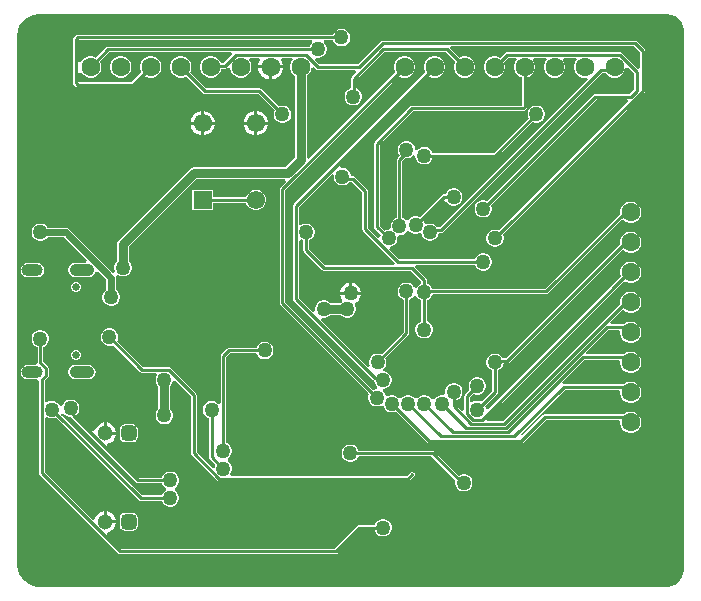
<source format=gbl>
G04*
G04 #@! TF.GenerationSoftware,Altium Limited,Altium Designer Develop,26.2.0 (10)*
G04*
G04 Layer_Physical_Order=2*
G04 Layer_Color=16711680*
%FSLAX44Y44*%
%MOMM*%
G71*
G04*
G04 #@! TF.SameCoordinates,717AC42B-03D0-4F6F-A9B9-6B288F40F31D*
G04*
G04*
G04 #@! TF.FilePolarity,Positive*
G04*
G01*
G75*
%ADD10C,0.6000*%
%ADD38C,1.5500*%
%ADD40R,1.5500X1.5500*%
%ADD41C,0.6500*%
G04:AMPARAMS|DCode=42|XSize=1mm|YSize=2.1mm|CornerRadius=0.5mm|HoleSize=0mm|Usage=FLASHONLY|Rotation=270.000|XOffset=0mm|YOffset=0mm|HoleType=Round|Shape=RoundedRectangle|*
%AMROUNDEDRECTD42*
21,1,1.0000,1.1000,0,0,270.0*
21,1,0.0000,2.1000,0,0,270.0*
1,1,1.0000,-0.5500,0.0000*
1,1,1.0000,-0.5500,0.0000*
1,1,1.0000,0.5500,0.0000*
1,1,1.0000,0.5500,0.0000*
%
%ADD42ROUNDEDRECTD42*%
G04:AMPARAMS|DCode=43|XSize=1mm|YSize=1.8mm|CornerRadius=0.5mm|HoleSize=0mm|Usage=FLASHONLY|Rotation=270.000|XOffset=0mm|YOffset=0mm|HoleType=Round|Shape=RoundedRectangle|*
%AMROUNDEDRECTD43*
21,1,1.0000,0.8000,0,0,270.0*
21,1,0.0000,1.8000,0,0,270.0*
1,1,1.0000,-0.4000,0.0000*
1,1,1.0000,-0.4000,0.0000*
1,1,1.0000,0.4000,0.0000*
1,1,1.0000,0.4000,0.0000*
%
%ADD43ROUNDEDRECTD43*%
%ADD45C,0.2540*%
%ADD46C,0.8000*%
%ADD47C,1.6000*%
G04:AMPARAMS|DCode=48|XSize=1.3mm|YSize=1.3mm|CornerRadius=0.325mm|HoleSize=0mm|Usage=FLASHONLY|Rotation=0.000|XOffset=0mm|YOffset=0mm|HoleType=Round|Shape=RoundedRectangle|*
%AMROUNDEDRECTD48*
21,1,1.3000,0.6500,0,0,0.0*
21,1,0.6500,1.3000,0,0,0.0*
1,1,0.6500,0.3250,-0.3250*
1,1,0.6500,-0.3250,-0.3250*
1,1,0.6500,-0.3250,0.3250*
1,1,0.6500,0.3250,0.3250*
%
%ADD48ROUNDEDRECTD48*%
%ADD49C,1.3000*%
%ADD50C,1.2700*%
G36*
X1225000Y1010000D02*
X1226477Y1010000D01*
X1229375Y1009424D01*
X1232105Y1008293D01*
X1234562Y1006651D01*
X1236651Y1004562D01*
X1238293Y1002105D01*
X1239424Y999375D01*
X1239924Y996857D01*
X1240000Y995002D01*
Y995000D01*
X1240000Y995000D01*
X1240000Y995000D01*
X1240000Y540000D01*
X1240000Y538523D01*
X1239424Y535625D01*
X1238293Y532895D01*
X1236651Y530438D01*
X1234562Y528349D01*
X1232105Y526707D01*
X1229375Y525576D01*
X1226960Y525096D01*
X1225000Y525000D01*
X1225000Y525000D01*
X1225000Y525000D01*
X695000D01*
X693030Y525000D01*
X689166Y525769D01*
X685526Y527276D01*
X682251Y529465D01*
X679465Y532251D01*
X677276Y535526D01*
X675769Y539166D01*
X675000Y543030D01*
X675000Y545000D01*
X675000Y545000D01*
Y989945D01*
Y991921D01*
X675771Y995795D01*
X677282Y999445D01*
X679477Y1002729D01*
X682271Y1005523D01*
X685555Y1007718D01*
X689205Y1009229D01*
X693079Y1010000D01*
X695054D01*
Y1010000D01*
X1225000Y1010000D01*
D02*
G37*
%LPC*%
G36*
X950968Y997350D02*
X949032D01*
X947163Y996849D01*
X945487Y995882D01*
X944118Y994513D01*
X943151Y992837D01*
X943011Y992315D01*
X726488D01*
X725602Y992138D01*
X724851Y991637D01*
X723363Y990149D01*
X722862Y989398D01*
X722685Y988512D01*
Y951488D01*
X722862Y950602D01*
X723363Y949851D01*
X724851Y948363D01*
X725602Y947862D01*
X726488Y947685D01*
X773400D01*
X774286Y947862D01*
X775037Y948363D01*
X783887Y957214D01*
X784926Y956613D01*
X787215Y956000D01*
X789585D01*
X791874Y956613D01*
X793926Y957798D01*
X795602Y959474D01*
X796787Y961526D01*
X797400Y963815D01*
Y966185D01*
X796787Y968474D01*
X795602Y970526D01*
X793926Y972202D01*
X791874Y973387D01*
X789585Y974000D01*
X787215D01*
X784926Y973387D01*
X782874Y972202D01*
X781198Y970526D01*
X780013Y968474D01*
X779400Y966185D01*
Y963815D01*
X780013Y961526D01*
X780613Y960487D01*
X772441Y952315D01*
X727447D01*
X727315Y952447D01*
Y960305D01*
X727569Y960456D01*
X730231Y959764D01*
X730398Y959474D01*
X732074Y957798D01*
X734126Y956613D01*
X736415Y956000D01*
X738785D01*
X741074Y956613D01*
X743126Y957798D01*
X744802Y959474D01*
X745987Y961526D01*
X746600Y963815D01*
Y966185D01*
X745987Y968474D01*
X745387Y969513D01*
X753559Y977685D01*
X856660D01*
X857488Y975686D01*
X850051Y968249D01*
X847647D01*
X847587Y968474D01*
X846402Y970526D01*
X844726Y972202D01*
X842674Y973387D01*
X840385Y974000D01*
X838015D01*
X835726Y973387D01*
X833674Y972202D01*
X831998Y970526D01*
X830813Y968474D01*
X830200Y966185D01*
Y963815D01*
X830813Y961526D01*
X831998Y959474D01*
X833674Y957798D01*
X835726Y956613D01*
X838015Y956000D01*
X840385D01*
X842674Y956613D01*
X844726Y957798D01*
X846402Y959474D01*
X847587Y961526D01*
X848148Y963620D01*
X851010D01*
X851896Y963796D01*
X852647Y964297D01*
X853600Y965251D01*
X855600Y964422D01*
Y963815D01*
X856213Y961526D01*
X857398Y959474D01*
X859074Y957798D01*
X861126Y956613D01*
X863415Y956000D01*
X865785D01*
X868074Y956613D01*
X870126Y957798D01*
X871802Y959474D01*
X872987Y961526D01*
X873600Y963815D01*
Y966185D01*
X872987Y968474D01*
X871802Y970526D01*
X871372Y970956D01*
X872201Y972955D01*
X880464D01*
X881268Y970956D01*
X880178Y969068D01*
X879460Y966388D01*
Y966270D01*
X890000D01*
X900540D01*
Y966388D01*
X899822Y969068D01*
X898732Y970956D01*
X899536Y972955D01*
X907799D01*
X908628Y970956D01*
X908198Y970526D01*
X907013Y968474D01*
X906400Y966185D01*
Y963815D01*
X907013Y961526D01*
X908198Y959474D01*
X909874Y957798D01*
X910302Y957551D01*
Y887979D01*
X902421Y880098D01*
X825000D01*
X823049Y879710D01*
X821395Y878605D01*
X761395Y818605D01*
X760290Y816951D01*
X759902Y815000D01*
Y800296D01*
X759118Y799513D01*
X758151Y797837D01*
X757650Y795968D01*
Y794032D01*
X758151Y792163D01*
X758342Y791832D01*
X756742Y790604D01*
X719462Y827884D01*
X718139Y828768D01*
X716578Y829078D01*
X716578Y829078D01*
X701132D01*
X700882Y829513D01*
X699513Y830882D01*
X697837Y831849D01*
X695968Y832350D01*
X694032D01*
X692163Y831849D01*
X690487Y830882D01*
X689118Y829513D01*
X688151Y827837D01*
X687650Y825968D01*
Y824032D01*
X688151Y822163D01*
X689118Y820487D01*
X690487Y819118D01*
X692163Y818151D01*
X694032Y817650D01*
X695968D01*
X697837Y818151D01*
X699513Y819118D01*
X700882Y820487D01*
X701132Y820922D01*
X714889D01*
X734493Y801318D01*
X733664Y799317D01*
X724650D01*
X722309Y798852D01*
X720324Y797526D01*
X718998Y795541D01*
X718532Y793200D01*
X718998Y790859D01*
X720324Y788874D01*
X722309Y787548D01*
X724650Y787082D01*
X735650D01*
X737991Y787548D01*
X739976Y788874D01*
X741302Y790859D01*
X741438Y791544D01*
X743608Y792202D01*
X750922Y784889D01*
Y776132D01*
X750487Y775882D01*
X749118Y774513D01*
X748151Y772837D01*
X747650Y770968D01*
Y769032D01*
X748151Y767163D01*
X749118Y765487D01*
X750487Y764118D01*
X752163Y763151D01*
X754032Y762650D01*
X755968D01*
X757837Y763151D01*
X759513Y764118D01*
X760882Y765487D01*
X761849Y767163D01*
X762350Y769032D01*
Y770968D01*
X761849Y772837D01*
X760882Y774513D01*
X759513Y775882D01*
X759078Y776132D01*
Y786578D01*
X759078Y786578D01*
X758800Y787977D01*
X758890Y788093D01*
X760487Y789118D01*
X762163Y788151D01*
X764032Y787650D01*
X765968D01*
X767837Y788151D01*
X769513Y789118D01*
X770882Y790487D01*
X771849Y792163D01*
X772350Y794032D01*
Y795968D01*
X771849Y797837D01*
X770882Y799513D01*
X770098Y800296D01*
Y812888D01*
X827112Y869902D01*
X902200D01*
X903029Y867902D01*
X898363Y863237D01*
X897862Y862486D01*
X897685Y861600D01*
Y764919D01*
X897862Y764033D01*
X898363Y763282D01*
X973287Y688359D01*
X973017Y687890D01*
X972516Y686021D01*
Y684085D01*
X973017Y682216D01*
X973985Y680540D01*
X975353Y679172D01*
X977029Y678204D01*
X978898Y677703D01*
X980834D01*
X982703Y678204D01*
X983325Y678563D01*
X985564Y677741D01*
X985612Y677682D01*
X985751Y677163D01*
X986719Y675487D01*
X988087Y674118D01*
X989763Y673151D01*
X991632Y672650D01*
X993568D01*
X995437Y673151D01*
X995906Y673421D01*
X1022283Y647043D01*
X1023034Y646542D01*
X1023920Y646366D01*
X1101926D01*
X1102811Y646542D01*
X1103562Y647043D01*
X1123004Y666486D01*
X1185155D01*
X1186000Y665385D01*
Y663015D01*
X1186613Y660726D01*
X1187798Y658674D01*
X1189474Y656998D01*
X1191526Y655813D01*
X1193815Y655200D01*
X1196185D01*
X1198474Y655813D01*
X1200526Y656998D01*
X1202202Y658674D01*
X1203387Y660726D01*
X1204000Y663015D01*
Y665385D01*
X1203387Y667674D01*
X1202202Y669726D01*
X1200526Y671402D01*
X1198474Y672587D01*
X1196185Y673200D01*
X1193815D01*
X1191526Y672587D01*
X1189474Y671402D01*
X1189187Y671115D01*
X1122046D01*
X1121160Y670938D01*
X1120409Y670437D01*
X1102335Y652362D01*
X1102322Y652365D01*
X1101664Y654535D01*
X1139014Y691886D01*
X1185155D01*
X1186000Y690785D01*
Y688415D01*
X1186613Y686126D01*
X1187798Y684074D01*
X1189474Y682398D01*
X1191526Y681213D01*
X1193815Y680600D01*
X1196185D01*
X1198474Y681213D01*
X1200526Y682398D01*
X1202202Y684074D01*
X1203387Y686126D01*
X1204000Y688415D01*
Y690785D01*
X1203387Y693074D01*
X1202202Y695126D01*
X1200526Y696802D01*
X1198474Y697987D01*
X1196185Y698600D01*
X1193815D01*
X1191526Y697987D01*
X1189474Y696802D01*
X1189187Y696515D01*
X1138056D01*
X1137651Y696434D01*
X1136505Y698117D01*
X1155674Y717286D01*
X1185155D01*
X1186000Y716185D01*
Y713815D01*
X1186613Y711526D01*
X1187798Y709474D01*
X1189474Y707798D01*
X1191526Y706613D01*
X1193815Y706000D01*
X1196185D01*
X1198474Y706613D01*
X1200526Y707798D01*
X1202202Y709474D01*
X1203387Y711526D01*
X1204000Y713815D01*
Y716185D01*
X1203387Y718474D01*
X1202202Y720526D01*
X1200526Y722202D01*
X1198474Y723387D01*
X1196185Y724000D01*
X1193815D01*
X1191526Y723387D01*
X1189474Y722202D01*
X1189187Y721915D01*
X1157407D01*
X1156642Y723762D01*
X1175565Y742685D01*
X1185155D01*
X1186000Y741585D01*
Y739215D01*
X1186613Y736926D01*
X1187798Y734874D01*
X1189474Y733198D01*
X1191526Y732013D01*
X1193815Y731400D01*
X1196185D01*
X1198474Y732013D01*
X1200526Y733198D01*
X1202202Y734874D01*
X1203387Y736926D01*
X1204000Y739215D01*
Y741585D01*
X1203387Y743874D01*
X1202202Y745926D01*
X1200526Y747602D01*
X1198474Y748787D01*
X1196185Y749400D01*
X1193815D01*
X1191526Y748787D01*
X1189474Y747602D01*
X1189187Y747315D01*
X1177801D01*
X1177035Y749162D01*
X1187973Y760099D01*
X1189474Y758598D01*
X1191526Y757413D01*
X1193815Y756800D01*
X1196185D01*
X1198474Y757413D01*
X1200526Y758598D01*
X1202202Y760274D01*
X1203387Y762326D01*
X1204000Y764615D01*
Y766985D01*
X1203387Y769274D01*
X1202202Y771326D01*
X1200526Y773002D01*
X1198474Y774187D01*
X1196185Y774800D01*
X1193815D01*
X1191526Y774187D01*
X1189474Y773002D01*
X1187798Y771326D01*
X1186613Y769274D01*
X1186000Y766985D01*
Y764673D01*
X1086481Y665154D01*
X1073231D01*
X1072466Y667002D01*
X1189468Y784004D01*
X1189474Y783998D01*
X1191526Y782813D01*
X1193815Y782200D01*
X1196185D01*
X1198474Y782813D01*
X1200526Y783998D01*
X1202202Y785674D01*
X1203387Y787726D01*
X1204000Y790015D01*
Y792385D01*
X1203387Y794674D01*
X1202202Y796726D01*
X1200526Y798402D01*
X1198474Y799587D01*
X1196185Y800200D01*
X1193815D01*
X1191526Y799587D01*
X1189474Y798402D01*
X1187798Y796726D01*
X1186613Y794674D01*
X1186000Y792385D01*
Y790015D01*
X1186613Y787726D01*
X1186624Y787707D01*
X1074350Y675433D01*
X1073046Y675781D01*
X1072288Y676199D01*
X1071849Y677837D01*
X1071579Y678306D01*
X1081637Y688363D01*
X1082138Y689114D01*
X1082315Y690000D01*
Y708011D01*
X1082837Y708151D01*
X1084513Y709118D01*
X1085882Y710487D01*
X1086849Y712163D01*
X1087350Y714032D01*
Y714045D01*
X1090160D01*
X1091046Y714222D01*
X1091797Y714723D01*
X1187973Y810900D01*
X1189474Y809398D01*
X1191526Y808213D01*
X1193815Y807600D01*
X1196185D01*
X1198474Y808213D01*
X1200526Y809398D01*
X1202202Y811074D01*
X1203387Y813126D01*
X1204000Y815415D01*
Y817785D01*
X1203387Y820074D01*
X1202202Y822126D01*
X1200526Y823802D01*
X1198474Y824987D01*
X1196185Y825600D01*
X1193815D01*
X1191526Y824987D01*
X1189474Y823802D01*
X1187798Y822126D01*
X1186613Y820074D01*
X1186000Y817785D01*
Y815473D01*
X1089201Y718674D01*
X1086366D01*
X1085882Y719513D01*
X1084513Y720882D01*
X1082837Y721849D01*
X1080968Y722350D01*
X1079032D01*
X1077163Y721849D01*
X1075487Y720882D01*
X1074118Y719513D01*
X1073151Y717837D01*
X1072650Y715968D01*
Y714032D01*
X1073151Y712163D01*
X1074118Y710487D01*
X1075487Y709118D01*
X1077163Y708151D01*
X1077685Y708011D01*
Y690959D01*
X1068306Y681579D01*
X1067837Y681849D01*
X1065968Y682350D01*
X1064032D01*
X1062163Y681849D01*
X1060695Y681001D01*
X1059863Y681242D01*
X1058695Y681917D01*
Y685421D01*
X1061694Y688421D01*
X1062163Y688151D01*
X1064032Y687650D01*
X1065968D01*
X1067837Y688151D01*
X1069513Y689118D01*
X1070882Y690487D01*
X1071849Y692163D01*
X1072350Y694032D01*
Y695968D01*
X1071849Y697837D01*
X1070882Y699513D01*
X1069513Y700882D01*
X1067837Y701849D01*
X1065968Y702350D01*
X1064032D01*
X1062163Y701849D01*
X1060487Y700882D01*
X1059118Y699513D01*
X1058151Y697837D01*
X1057650Y695968D01*
Y694032D01*
X1058151Y692163D01*
X1058421Y691694D01*
X1054743Y688017D01*
X1054242Y687266D01*
X1054065Y686380D01*
Y674624D01*
X1052218Y673859D01*
X1047315Y678762D01*
Y683011D01*
X1047837Y683151D01*
X1049513Y684118D01*
X1050882Y685487D01*
X1051849Y687163D01*
X1052350Y689032D01*
Y690968D01*
X1051849Y692837D01*
X1050882Y694513D01*
X1049513Y695882D01*
X1047837Y696849D01*
X1045968Y697350D01*
X1044032D01*
X1042163Y696849D01*
X1040487Y695882D01*
X1039118Y694513D01*
X1038151Y692837D01*
X1037650Y690968D01*
Y689032D01*
X1037668Y688965D01*
X1036035Y687332D01*
X1035968Y687350D01*
X1034032D01*
X1032163Y686849D01*
X1030487Y685882D01*
X1029118Y684513D01*
X1028608Y683630D01*
X1026392D01*
X1025882Y684513D01*
X1024513Y685882D01*
X1022837Y686849D01*
X1020968Y687350D01*
X1019032D01*
X1017163Y686849D01*
X1015487Y685882D01*
X1014355Y684749D01*
X1013150Y684618D01*
X1011945Y684749D01*
X1010813Y685882D01*
X1009137Y686849D01*
X1007268Y687350D01*
X1005332D01*
X1003463Y686849D01*
X1001787Y685882D01*
X1000655Y684749D01*
X999450Y684618D01*
X998245Y684749D01*
X997113Y685882D01*
X995437Y686849D01*
X993568Y687350D01*
X991632D01*
X989763Y686849D01*
X989141Y686490D01*
X986902Y687313D01*
X986854Y687371D01*
X986715Y687890D01*
X985747Y689566D01*
X984664Y690650D01*
X984898Y691813D01*
X985392Y692650D01*
X985968D01*
X987837Y693151D01*
X989513Y694118D01*
X990882Y695487D01*
X991849Y697163D01*
X992350Y699032D01*
Y700968D01*
X991849Y702837D01*
X990882Y704513D01*
X989513Y705882D01*
X987837Y706849D01*
X985995Y707343D01*
X985892Y707528D01*
X985441Y708588D01*
X985351Y709350D01*
X986555Y710553D01*
X987523Y712229D01*
X988023Y714099D01*
Y716034D01*
X987523Y717903D01*
X987252Y718372D01*
X1006637Y737756D01*
X1007138Y738507D01*
X1007315Y739393D01*
Y768011D01*
X1007837Y768151D01*
X1009513Y769118D01*
X1010882Y770487D01*
X1011211Y771057D01*
X1011774Y771198D01*
X1013476Y770980D01*
X1014118Y769867D01*
X1015487Y768499D01*
X1017163Y767531D01*
X1017685Y767391D01*
Y749664D01*
X1017163Y749524D01*
X1015487Y748556D01*
X1014118Y747188D01*
X1013151Y745511D01*
X1012650Y743642D01*
Y741707D01*
X1013151Y739837D01*
X1014118Y738161D01*
X1015487Y736793D01*
X1017163Y735825D01*
X1019032Y735324D01*
X1020968D01*
X1022837Y735825D01*
X1024513Y736793D01*
X1025882Y738161D01*
X1026849Y739837D01*
X1027350Y741707D01*
Y743642D01*
X1026849Y745511D01*
X1025882Y747188D01*
X1024513Y748556D01*
X1022837Y749524D01*
X1022315Y749664D01*
Y767391D01*
X1022837Y767531D01*
X1024513Y768499D01*
X1025882Y769867D01*
X1026849Y771543D01*
X1027155Y772685D01*
X1123400D01*
X1124286Y772862D01*
X1125037Y773363D01*
X1187973Y836300D01*
X1189474Y834798D01*
X1191526Y833613D01*
X1193815Y833000D01*
X1196185D01*
X1198474Y833613D01*
X1200526Y834798D01*
X1202202Y836474D01*
X1203387Y838526D01*
X1204000Y840815D01*
Y843185D01*
X1203387Y845474D01*
X1202202Y847526D01*
X1200526Y849202D01*
X1198474Y850387D01*
X1196185Y851000D01*
X1193815D01*
X1191526Y850387D01*
X1189474Y849202D01*
X1187798Y847526D01*
X1186613Y845474D01*
X1186000Y843185D01*
Y840873D01*
X1122441Y777315D01*
X1026793D01*
X1025882Y778893D01*
X1024513Y780262D01*
X1022837Y781229D01*
X1022315Y781369D01*
Y785000D01*
X1022138Y785886D01*
X1021637Y786637D01*
X1012588Y795686D01*
X1013416Y797685D01*
X1063011D01*
X1063151Y797163D01*
X1064118Y795487D01*
X1065487Y794118D01*
X1067163Y793151D01*
X1069032Y792650D01*
X1070968D01*
X1072837Y793151D01*
X1074513Y794118D01*
X1075882Y795487D01*
X1076849Y797163D01*
X1077350Y799032D01*
Y800968D01*
X1076849Y802837D01*
X1075882Y804513D01*
X1074513Y805882D01*
X1072837Y806849D01*
X1070968Y807350D01*
X1069032D01*
X1067163Y806849D01*
X1065487Y805882D01*
X1064118Y804513D01*
X1063151Y802837D01*
X1063011Y802315D01*
X998508D01*
X990309Y810514D01*
X990657Y811817D01*
X991075Y812576D01*
X992713Y813015D01*
X994389Y813982D01*
X995758Y815351D01*
X996725Y817027D01*
X997226Y818896D01*
Y820831D01*
X997485Y821356D01*
X998809Y822650D01*
X1000060D01*
X1001930Y823151D01*
X1003606Y824118D01*
X1004974Y825487D01*
X1005090Y825688D01*
X1005413Y825856D01*
X1007543Y825936D01*
X1008233Y825245D01*
X1009909Y824278D01*
X1011779Y823777D01*
X1013714D01*
X1015583Y824278D01*
X1015650Y824316D01*
X1016154Y824245D01*
X1017852Y823278D01*
X1018151Y822163D01*
X1019118Y820487D01*
X1020487Y819118D01*
X1022163Y818151D01*
X1024032Y817650D01*
X1025968D01*
X1027837Y818151D01*
X1029513Y819118D01*
X1030882Y820487D01*
X1031849Y822163D01*
X1032350Y824032D01*
Y824630D01*
X1034422D01*
X1035307Y824806D01*
X1036058Y825307D01*
X1170861Y960110D01*
X1173631D01*
X1173998Y959474D01*
X1175674Y957798D01*
X1177726Y956613D01*
X1180015Y956000D01*
X1182385D01*
X1184674Y956613D01*
X1186726Y957798D01*
X1188402Y959474D01*
X1189587Y961526D01*
X1190200Y963815D01*
Y964422D01*
X1192200Y965251D01*
X1197685Y959765D01*
Y945965D01*
X1194035Y942315D01*
X1165000D01*
X1164114Y942138D01*
X1163363Y941637D01*
X1073306Y851579D01*
X1072837Y851849D01*
X1070968Y852350D01*
X1069032D01*
X1067163Y851849D01*
X1065487Y850882D01*
X1064118Y849513D01*
X1063151Y847837D01*
X1062650Y845968D01*
Y844032D01*
X1063151Y842163D01*
X1064118Y840487D01*
X1065487Y839118D01*
X1067163Y838151D01*
X1069032Y837650D01*
X1070968D01*
X1072837Y838151D01*
X1074513Y839118D01*
X1075882Y840487D01*
X1076849Y842163D01*
X1077350Y844032D01*
Y845968D01*
X1076849Y847837D01*
X1076579Y848306D01*
X1165959Y937685D01*
X1191799D01*
X1192565Y935838D01*
X1083306Y826579D01*
X1082837Y826849D01*
X1080968Y827350D01*
X1079032D01*
X1077163Y826849D01*
X1075487Y825882D01*
X1074118Y824513D01*
X1073151Y822837D01*
X1072650Y820968D01*
Y819032D01*
X1073151Y817163D01*
X1074118Y815487D01*
X1075487Y814118D01*
X1077163Y813151D01*
X1079032Y812650D01*
X1080968D01*
X1082837Y813151D01*
X1084513Y814118D01*
X1085882Y815487D01*
X1086849Y817163D01*
X1087350Y819032D01*
Y820968D01*
X1086849Y822837D01*
X1086579Y823306D01*
X1206637Y943363D01*
X1207138Y944114D01*
X1207315Y945000D01*
Y978512D01*
X1207138Y979398D01*
X1206637Y980149D01*
X1200149Y986637D01*
X1199398Y987138D01*
X1198512Y987315D01*
X985000D01*
X984114Y987138D01*
X983363Y986637D01*
X963965Y967238D01*
X930959D01*
X927100Y971097D01*
X928135Y972890D01*
X929032Y972650D01*
X930968D01*
X932837Y973151D01*
X934513Y974118D01*
X935882Y975487D01*
X936849Y977163D01*
X937350Y979032D01*
Y980968D01*
X936849Y982837D01*
X935882Y984513D01*
X934709Y985686D01*
X934825Y986525D01*
X935388Y987685D01*
X943011D01*
X943151Y987163D01*
X944118Y985487D01*
X945487Y984118D01*
X947163Y983151D01*
X949032Y982650D01*
X950968D01*
X952837Y983151D01*
X954513Y984118D01*
X955882Y985487D01*
X956849Y987163D01*
X957350Y989032D01*
Y990968D01*
X956849Y992837D01*
X955882Y994513D01*
X954513Y995882D01*
X952837Y996849D01*
X950968Y997350D01*
D02*
G37*
G36*
X764185Y974000D02*
X761815D01*
X759526Y973387D01*
X757474Y972202D01*
X755798Y970526D01*
X754613Y968474D01*
X754000Y966185D01*
Y963815D01*
X754613Y961526D01*
X755798Y959474D01*
X757474Y957798D01*
X759526Y956613D01*
X761815Y956000D01*
X764185D01*
X766474Y956613D01*
X768526Y957798D01*
X770202Y959474D01*
X771387Y961526D01*
X772000Y963815D01*
Y966185D01*
X771387Y968474D01*
X770202Y970526D01*
X768526Y972202D01*
X766474Y973387D01*
X764185Y974000D01*
D02*
G37*
G36*
X900540Y963730D02*
X891270D01*
Y954460D01*
X891388D01*
X894068Y955178D01*
X896472Y956566D01*
X898434Y958528D01*
X899822Y960932D01*
X900540Y963612D01*
Y963730D01*
D02*
G37*
G36*
X888730D02*
X879460D01*
Y963612D01*
X880178Y960932D01*
X881566Y958528D01*
X883528Y956566D01*
X885932Y955178D01*
X888612Y954460D01*
X888730D01*
Y963730D01*
D02*
G37*
G36*
X878855Y927790D02*
X878770D01*
Y918770D01*
X887790D01*
Y918855D01*
X887089Y921472D01*
X885734Y923818D01*
X883818Y925734D01*
X881472Y927089D01*
X878855Y927790D01*
D02*
G37*
G36*
X833855D02*
X833770D01*
Y918770D01*
X842790D01*
Y918855D01*
X842089Y921472D01*
X840734Y923818D01*
X838818Y925734D01*
X836472Y927089D01*
X833855Y927790D01*
D02*
G37*
G36*
X876230D02*
X876145D01*
X873528Y927089D01*
X871182Y925734D01*
X869266Y923818D01*
X867911Y921472D01*
X867210Y918855D01*
Y918770D01*
X876230D01*
Y927790D01*
D02*
G37*
G36*
X831230D02*
X831145D01*
X828528Y927089D01*
X826182Y925734D01*
X824266Y923818D01*
X822911Y921472D01*
X822210Y918855D01*
Y918770D01*
X831230D01*
Y927790D01*
D02*
G37*
G36*
X814985Y974000D02*
X812615D01*
X810326Y973387D01*
X808274Y972202D01*
X806598Y970526D01*
X805413Y968474D01*
X804800Y966185D01*
Y963815D01*
X805413Y961526D01*
X806598Y959474D01*
X808274Y957798D01*
X810326Y956613D01*
X812615Y956000D01*
X814985D01*
X817274Y956613D01*
X818313Y957214D01*
X832479Y943048D01*
X833230Y942546D01*
X834116Y942370D01*
X879357D01*
X893421Y928306D01*
X893151Y927837D01*
X892650Y925968D01*
Y924032D01*
X893151Y922163D01*
X894118Y920487D01*
X895487Y919118D01*
X897163Y918151D01*
X899032Y917650D01*
X900968D01*
X902837Y918151D01*
X904513Y919118D01*
X905882Y920487D01*
X906849Y922163D01*
X907350Y924032D01*
Y925968D01*
X906849Y927837D01*
X905882Y929513D01*
X904513Y930882D01*
X902837Y931849D01*
X900968Y932350D01*
X899032D01*
X897163Y931849D01*
X896694Y931579D01*
X881952Y946321D01*
X881201Y946823D01*
X880316Y946999D01*
X835074D01*
X821587Y960487D01*
X822187Y961526D01*
X822800Y963815D01*
Y966185D01*
X822187Y968474D01*
X821002Y970526D01*
X819326Y972202D01*
X817274Y973387D01*
X814985Y974000D01*
D02*
G37*
G36*
X887790Y916230D02*
X878770D01*
Y907210D01*
X878855D01*
X881472Y907911D01*
X883818Y909266D01*
X885734Y911182D01*
X887089Y913528D01*
X887790Y916145D01*
Y916230D01*
D02*
G37*
G36*
X876230D02*
X867210D01*
Y916145D01*
X867911Y913528D01*
X869266Y911182D01*
X871182Y909266D01*
X873528Y907911D01*
X876145Y907210D01*
X876230D01*
Y916230D01*
D02*
G37*
G36*
X842790D02*
X833770D01*
Y907210D01*
X833855D01*
X836472Y907911D01*
X838818Y909266D01*
X840734Y911182D01*
X842089Y913528D01*
X842790Y916145D01*
Y916230D01*
D02*
G37*
G36*
X831230D02*
X822210D01*
Y916145D01*
X822911Y913528D01*
X824266Y911182D01*
X826182Y909266D01*
X828528Y907911D01*
X831145Y907210D01*
X831230D01*
Y916230D01*
D02*
G37*
G36*
X878652Y861250D02*
X876348D01*
X874123Y860654D01*
X872127Y859502D01*
X870498Y857873D01*
X869346Y855877D01*
X869062Y854815D01*
X841250D01*
Y861250D01*
X823750D01*
Y843750D01*
X841250D01*
Y850185D01*
X869062D01*
X869346Y849123D01*
X870498Y847127D01*
X872127Y845498D01*
X874123Y844346D01*
X876348Y843750D01*
X878652D01*
X880877Y844346D01*
X882873Y845498D01*
X884502Y847127D01*
X885654Y849123D01*
X886250Y851348D01*
Y853652D01*
X885654Y855877D01*
X884502Y857873D01*
X882873Y859502D01*
X880877Y860654D01*
X878652Y861250D01*
D02*
G37*
G36*
X692350Y799317D02*
X684350D01*
X682009Y798852D01*
X680024Y797526D01*
X678698Y795541D01*
X678232Y793200D01*
X678698Y790859D01*
X680024Y788874D01*
X682009Y787548D01*
X684350Y787082D01*
X692350D01*
X694691Y787548D01*
X696676Y788874D01*
X698002Y790859D01*
X698467Y793200D01*
X698002Y795541D01*
X696676Y797526D01*
X694691Y798852D01*
X692350Y799317D01*
D02*
G37*
G36*
X725995Y783150D02*
X724305D01*
X722742Y782503D01*
X721547Y781307D01*
X720900Y779745D01*
Y778055D01*
X721547Y776493D01*
X722742Y775297D01*
X724305Y774650D01*
X725995D01*
X727557Y775297D01*
X728753Y776493D01*
X729400Y778055D01*
Y779745D01*
X728753Y781307D01*
X727557Y782503D01*
X725995Y783150D01*
D02*
G37*
G36*
X754509Y743700D02*
X752574D01*
X750705Y743199D01*
X749029Y742232D01*
X747660Y740863D01*
X746693Y739187D01*
X746192Y737318D01*
Y735382D01*
X746693Y733513D01*
X747660Y731837D01*
X749029Y730469D01*
X750705Y729501D01*
X752574Y729000D01*
X754509D01*
X756379Y729501D01*
X756916Y729811D01*
X779743Y706983D01*
X780494Y706482D01*
X781380Y706305D01*
X793083D01*
X793758Y705137D01*
X793999Y704305D01*
X793151Y702837D01*
X792650Y700968D01*
Y699032D01*
X793151Y697163D01*
X794118Y695487D01*
X794902Y694704D01*
Y675296D01*
X794118Y674513D01*
X793151Y672837D01*
X792650Y670968D01*
Y669032D01*
X793151Y667163D01*
X794118Y665487D01*
X795487Y664118D01*
X797163Y663151D01*
X799032Y662650D01*
X800968D01*
X802837Y663151D01*
X804513Y664118D01*
X805882Y665487D01*
X806849Y667163D01*
X807350Y669032D01*
Y670968D01*
X806849Y672837D01*
X805882Y674513D01*
X805098Y675296D01*
Y694704D01*
X805882Y695487D01*
X806849Y697163D01*
X807288Y698801D01*
X808046Y699219D01*
X809350Y699567D01*
X822686Y686232D01*
Y637809D01*
X822862Y636924D01*
X823363Y636173D01*
X844793Y614743D01*
X845544Y614242D01*
X846430Y614066D01*
X1006380D01*
X1007266Y614242D01*
X1008017Y614743D01*
X1011637Y618363D01*
X1012138Y619114D01*
X1012315Y620000D01*
X1012138Y620886D01*
X1011637Y621637D01*
X1010886Y622138D01*
X1010000Y622314D01*
X1009114Y622138D01*
X1008363Y621637D01*
X1005421Y618694D01*
X856917D01*
X856242Y619863D01*
X856001Y620695D01*
X856849Y622163D01*
X857350Y624032D01*
Y625968D01*
X856849Y627837D01*
X855882Y629513D01*
X854513Y630882D01*
X853630Y631391D01*
Y633609D01*
X854513Y634118D01*
X855882Y635487D01*
X856849Y637163D01*
X857350Y639032D01*
Y640968D01*
X856849Y642837D01*
X855882Y644513D01*
X854513Y645882D01*
X852837Y646849D01*
X852315Y646989D01*
Y719041D01*
X855959Y722685D01*
X878011D01*
X878151Y722163D01*
X879118Y720487D01*
X880487Y719118D01*
X882163Y718151D01*
X884032Y717650D01*
X885968D01*
X887837Y718151D01*
X889513Y719118D01*
X890882Y720487D01*
X891849Y722163D01*
X892350Y724032D01*
Y725968D01*
X891849Y727837D01*
X890882Y729513D01*
X889513Y730882D01*
X887837Y731849D01*
X885968Y732350D01*
X884032D01*
X882163Y731849D01*
X880487Y730882D01*
X879118Y729513D01*
X878151Y727837D01*
X878011Y727315D01*
X855000D01*
X854114Y727138D01*
X853363Y726637D01*
X848363Y721637D01*
X847862Y720886D01*
X847685Y720000D01*
Y680388D01*
X846525Y679825D01*
X845686Y679709D01*
X844513Y680882D01*
X842837Y681849D01*
X840968Y682350D01*
X839032D01*
X837163Y681849D01*
X835487Y680882D01*
X834118Y679513D01*
X833151Y677837D01*
X832650Y675968D01*
Y674032D01*
X833151Y672163D01*
X834118Y670487D01*
X835487Y669118D01*
X837163Y668151D01*
X837685Y668011D01*
Y635000D01*
X837862Y634114D01*
X838363Y633363D01*
X843421Y628306D01*
X843151Y627837D01*
X842712Y626199D01*
X841954Y625781D01*
X840650Y625433D01*
X827315Y638768D01*
Y687190D01*
X827138Y688076D01*
X826637Y688827D01*
X805207Y710257D01*
X804456Y710758D01*
X803570Y710935D01*
X782339D01*
X760160Y733113D01*
X760391Y733513D01*
X760892Y735382D01*
Y737318D01*
X760391Y739187D01*
X759423Y740863D01*
X758055Y742232D01*
X756379Y743199D01*
X754509Y743700D01*
D02*
G37*
G36*
X725995Y725350D02*
X724305D01*
X722742Y724703D01*
X721547Y723507D01*
X720900Y721945D01*
Y720255D01*
X721547Y718693D01*
X722742Y717497D01*
X724305Y716850D01*
X725995D01*
X727557Y717497D01*
X728753Y718693D01*
X729400Y720255D01*
Y721945D01*
X728753Y723507D01*
X727557Y724703D01*
X725995Y725350D01*
D02*
G37*
G36*
X735650Y712917D02*
X724650D01*
X722309Y712452D01*
X720324Y711126D01*
X718998Y709141D01*
X718532Y706800D01*
X718998Y704459D01*
X720324Y702474D01*
X722309Y701148D01*
X724650Y700683D01*
X735650D01*
X737991Y701148D01*
X739976Y702474D01*
X741302Y704459D01*
X741768Y706800D01*
X741302Y709141D01*
X739976Y711126D01*
X737991Y712452D01*
X735650Y712917D01*
D02*
G37*
G36*
X751270Y664019D02*
Y656270D01*
X759019D01*
X758424Y658489D01*
X757234Y660551D01*
X755551Y662234D01*
X753489Y663424D01*
X751270Y664019D01*
D02*
G37*
G36*
X773250Y662583D02*
X766750D01*
X765092Y662253D01*
X763686Y661314D01*
X762747Y659908D01*
X762417Y658250D01*
Y651750D01*
X762747Y650092D01*
X763686Y648686D01*
X765092Y647747D01*
X766750Y647417D01*
X773250D01*
X774908Y647747D01*
X776314Y648686D01*
X777253Y650092D01*
X777583Y651750D01*
Y658250D01*
X777253Y659908D01*
X776314Y661314D01*
X774908Y662253D01*
X773250Y662583D01*
D02*
G37*
G36*
X958507Y645245D02*
X956572D01*
X954702Y644744D01*
X953026Y643777D01*
X951658Y642408D01*
X950690Y640732D01*
X950189Y638863D01*
Y636928D01*
X950690Y635058D01*
X951658Y633382D01*
X953026Y632014D01*
X954702Y631046D01*
X956572Y630545D01*
X958507D01*
X960376Y631046D01*
X962052Y632014D01*
X963421Y633382D01*
X964388Y635058D01*
X964528Y635581D01*
X1026146D01*
X1046449Y615278D01*
X1046125Y614069D01*
Y612134D01*
X1046626Y610264D01*
X1047594Y608588D01*
X1048962Y607220D01*
X1050638Y606252D01*
X1052507Y605751D01*
X1054443D01*
X1056312Y606252D01*
X1057988Y607220D01*
X1059357Y608588D01*
X1060324Y610264D01*
X1060825Y612134D01*
Y614069D01*
X1060324Y615938D01*
X1059357Y617614D01*
X1057988Y618983D01*
X1056312Y619950D01*
X1054443Y620451D01*
X1052507D01*
X1050638Y619950D01*
X1049170Y619103D01*
X1028741Y639532D01*
X1027990Y640034D01*
X1027105Y640210D01*
X964528D01*
X964388Y640732D01*
X963421Y642408D01*
X962052Y643777D01*
X960376Y644744D01*
X958507Y645245D01*
D02*
G37*
G36*
X695968Y742350D02*
X694032D01*
X692163Y741849D01*
X690487Y740882D01*
X689118Y739513D01*
X688151Y737837D01*
X687650Y735968D01*
Y734032D01*
X688151Y732163D01*
X689118Y730487D01*
X690487Y729118D01*
X692163Y728151D01*
X692685Y728011D01*
Y714868D01*
X692596Y714348D01*
X691059Y712917D01*
X684350D01*
X682009Y712452D01*
X680024Y711126D01*
X678698Y709141D01*
X678232Y706800D01*
X678698Y704459D01*
X680024Y702474D01*
X682009Y701148D01*
X684350Y700683D01*
X692155D01*
X692365Y700668D01*
X694065Y698985D01*
Y621217D01*
X694242Y620332D01*
X694743Y619581D01*
X760961Y553363D01*
X761712Y552862D01*
X762597Y552686D01*
X945000D01*
X945886Y552862D01*
X946637Y553363D01*
X965959Y572686D01*
X978011D01*
X978151Y572163D01*
X979118Y570487D01*
X980487Y569118D01*
X982163Y568151D01*
X984032Y567650D01*
X985968D01*
X987837Y568151D01*
X989513Y569118D01*
X990882Y570487D01*
X991849Y572163D01*
X992350Y574032D01*
Y575968D01*
X991849Y577837D01*
X990882Y579513D01*
X989513Y580882D01*
X987837Y581849D01*
X985968Y582350D01*
X984032D01*
X982163Y581849D01*
X980487Y580882D01*
X979118Y579513D01*
X978151Y577837D01*
X978011Y577314D01*
X965000D01*
X964114Y577138D01*
X963363Y576637D01*
X944041Y557314D01*
X763556D01*
X751814Y569057D01*
X752412Y571287D01*
X753489Y571576D01*
X755551Y572766D01*
X757234Y574449D01*
X758424Y576511D01*
X759019Y578730D01*
X750000D01*
Y580000D01*
X748730D01*
Y589019D01*
X746511Y588424D01*
X744449Y587234D01*
X742766Y585551D01*
X741576Y583489D01*
X741287Y582412D01*
X739057Y581814D01*
X698695Y622176D01*
Y668083D01*
X699863Y668758D01*
X700695Y668999D01*
X702163Y668151D01*
X704032Y667650D01*
X705968D01*
X707837Y668151D01*
X708306Y668421D01*
X778363Y598363D01*
X779114Y597862D01*
X780000Y597686D01*
X798011D01*
X798151Y597163D01*
X799118Y595487D01*
X800487Y594118D01*
X802163Y593151D01*
X804032Y592650D01*
X805968D01*
X807837Y593151D01*
X809513Y594118D01*
X810882Y595487D01*
X811849Y597163D01*
X812350Y599032D01*
Y600968D01*
X811849Y602837D01*
X810882Y604513D01*
X809513Y605882D01*
X808630Y606391D01*
Y608609D01*
X809513Y609118D01*
X810882Y610487D01*
X811849Y612163D01*
X812350Y614032D01*
Y615968D01*
X811849Y617837D01*
X810882Y619513D01*
X809513Y620882D01*
X807837Y621849D01*
X805968Y622350D01*
X804032D01*
X802163Y621849D01*
X800487Y620882D01*
X799118Y619513D01*
X798151Y617837D01*
X798011Y617314D01*
X778556D01*
X751814Y644057D01*
X752412Y646287D01*
X753489Y646576D01*
X755551Y647766D01*
X757234Y649449D01*
X758424Y651511D01*
X759019Y653730D01*
X750000D01*
Y655000D01*
X748730D01*
Y664019D01*
X746511Y663424D01*
X744449Y662234D01*
X742766Y660551D01*
X741576Y658489D01*
X741287Y657412D01*
X739057Y656814D01*
X725429Y670442D01*
X726524Y671537D01*
X727492Y673213D01*
X727992Y675082D01*
Y677017D01*
X727492Y678887D01*
X726524Y680563D01*
X725155Y681931D01*
X723480Y682899D01*
X721610Y683400D01*
X719675D01*
X717805Y682899D01*
X716130Y681931D01*
X714761Y680563D01*
X713793Y678887D01*
X713685Y678480D01*
X713271Y678335D01*
X711571Y678319D01*
X710882Y679513D01*
X709513Y680882D01*
X707837Y681849D01*
X705968Y682350D01*
X704032D01*
X702163Y681849D01*
X700695Y681001D01*
X699863Y681242D01*
X698695Y681917D01*
Y699590D01*
X701257Y702152D01*
X701758Y702903D01*
X701935Y703789D01*
Y709811D01*
X701758Y710697D01*
X701257Y711448D01*
X697315Y715390D01*
Y728011D01*
X697837Y728151D01*
X699513Y729118D01*
X700882Y730487D01*
X701849Y732163D01*
X702350Y734032D01*
Y735968D01*
X701849Y737837D01*
X700882Y739513D01*
X699513Y740882D01*
X697837Y741849D01*
X695968Y742350D01*
D02*
G37*
G36*
X751270Y589019D02*
Y581270D01*
X759019D01*
X758424Y583489D01*
X757234Y585551D01*
X755551Y587234D01*
X753489Y588424D01*
X751270Y589019D01*
D02*
G37*
G36*
X773250Y587583D02*
X766750D01*
X765092Y587253D01*
X763686Y586314D01*
X762747Y584908D01*
X762417Y583250D01*
Y576750D01*
X762747Y575092D01*
X763686Y573686D01*
X765092Y572747D01*
X766750Y572417D01*
X773250D01*
X774908Y572747D01*
X776314Y573686D01*
X777253Y575092D01*
X777583Y576750D01*
Y583250D01*
X777253Y584908D01*
X776314Y586314D01*
X774908Y587253D01*
X773250Y587583D01*
D02*
G37*
%LPD*%
G36*
X925175Y986525D02*
X925291Y985686D01*
X924118Y984513D01*
X923151Y982837D01*
X923011Y982315D01*
X752600D01*
X751714Y982138D01*
X750963Y981637D01*
X742113Y972786D01*
X741074Y973387D01*
X738785Y974000D01*
X736415D01*
X734126Y973387D01*
X732074Y972202D01*
X730398Y970526D01*
X730231Y970236D01*
X727569Y969544D01*
X727315Y969695D01*
Y987553D01*
X727447Y987685D01*
X924612D01*
X925175Y986525D01*
D02*
G37*
G36*
X1149028Y970956D02*
X1148598Y970526D01*
X1147413Y968474D01*
X1146800Y966185D01*
Y963815D01*
X1147413Y961526D01*
X1148598Y959474D01*
X1150274Y957798D01*
X1152326Y956613D01*
X1154615Y956000D01*
X1156985D01*
X1157519Y956143D01*
X1158555Y954350D01*
X1033463Y829258D01*
X1031028D01*
X1030882Y829513D01*
X1029513Y830882D01*
X1027837Y831849D01*
X1025968Y832350D01*
X1024032D01*
X1022163Y831849D01*
X1022096Y831811D01*
X1021592Y831882D01*
X1020078Y832744D01*
X1019636Y834743D01*
X1036357Y851465D01*
X1036397Y851480D01*
X1038785Y851064D01*
X1039118Y850487D01*
X1040487Y849118D01*
X1042163Y848151D01*
X1044032Y847650D01*
X1045968D01*
X1047837Y848151D01*
X1049513Y849118D01*
X1050882Y850487D01*
X1051849Y852163D01*
X1052350Y854032D01*
Y855968D01*
X1051849Y857837D01*
X1050882Y859513D01*
X1049513Y860882D01*
X1047837Y861849D01*
X1045968Y862350D01*
X1044032D01*
X1042163Y861849D01*
X1040487Y860882D01*
X1039118Y859513D01*
X1038151Y857837D01*
X1038011Y857315D01*
X1036619D01*
X1035734Y857138D01*
X1034983Y856637D01*
X1016052Y837705D01*
X1015583Y837976D01*
X1013714Y838477D01*
X1011779D01*
X1009909Y837976D01*
X1008233Y837008D01*
X1006865Y835640D01*
X1006749Y835439D01*
X1006426Y835271D01*
X1004296Y835191D01*
X1003606Y835882D01*
X1001930Y836849D01*
X1001407Y836989D01*
Y885580D01*
X1003594Y887767D01*
X1004032Y887650D01*
X1005968D01*
X1007837Y888151D01*
X1009513Y889118D01*
X1010650Y890256D01*
X1011617Y890097D01*
X1012650Y889550D01*
Y889032D01*
X1013151Y887163D01*
X1014118Y885487D01*
X1015487Y884118D01*
X1017163Y883151D01*
X1019032Y882650D01*
X1020968D01*
X1022837Y883151D01*
X1024513Y884118D01*
X1025882Y885487D01*
X1026849Y887163D01*
X1026989Y887685D01*
X1080000D01*
X1080886Y887862D01*
X1081637Y888363D01*
X1111694Y918421D01*
X1112163Y918151D01*
X1114032Y917650D01*
X1115968D01*
X1117837Y918151D01*
X1119513Y919118D01*
X1120882Y920487D01*
X1121849Y922163D01*
X1122350Y924032D01*
Y925968D01*
X1121849Y927837D01*
X1120882Y929513D01*
X1119513Y930882D01*
X1117837Y931849D01*
X1115968Y932350D01*
X1114032D01*
X1112163Y931849D01*
X1110487Y930882D01*
X1109118Y929513D01*
X1108151Y927837D01*
X1107650Y925968D01*
Y924032D01*
X1108151Y922163D01*
X1108421Y921694D01*
X1079041Y892315D01*
X1026989D01*
X1026849Y892837D01*
X1025882Y894513D01*
X1024513Y895882D01*
X1022837Y896849D01*
X1020968Y897350D01*
X1019032D01*
X1017163Y896849D01*
X1015487Y895882D01*
X1014350Y894744D01*
X1013383Y894903D01*
X1012350Y895450D01*
Y895968D01*
X1011849Y897837D01*
X1010882Y899513D01*
X1009513Y900882D01*
X1007837Y901849D01*
X1005968Y902350D01*
X1004032D01*
X1002163Y901849D01*
X1000487Y900882D01*
X999118Y899513D01*
X998151Y897837D01*
X997650Y895968D01*
Y894032D01*
X998151Y892163D01*
X999118Y890487D01*
X999443Y890162D01*
X997456Y888175D01*
X996954Y887425D01*
X996778Y886539D01*
Y836989D01*
X996256Y836849D01*
X994580Y835882D01*
X993211Y834513D01*
X992244Y832837D01*
X991743Y830968D01*
Y829032D01*
X991483Y828508D01*
X990160Y827214D01*
X988908D01*
X987039Y826713D01*
X986571Y826442D01*
X982315Y830698D01*
Y899041D01*
X1010959Y927685D01*
X1103512D01*
X1104398Y927862D01*
X1105149Y928363D01*
X1106637Y929851D01*
X1107138Y930602D01*
X1107315Y931488D01*
Y956303D01*
X1108474Y956613D01*
X1110526Y957798D01*
X1112202Y959474D01*
X1113387Y961526D01*
X1114000Y963815D01*
Y966185D01*
X1113387Y968474D01*
X1112202Y970526D01*
X1111772Y970956D01*
X1112601Y972955D01*
X1122799D01*
X1123628Y970956D01*
X1123198Y970526D01*
X1122013Y968474D01*
X1121400Y966185D01*
Y963815D01*
X1122013Y961526D01*
X1123198Y959474D01*
X1124874Y957798D01*
X1126926Y956613D01*
X1129215Y956000D01*
X1131585D01*
X1133874Y956613D01*
X1135926Y957798D01*
X1137602Y959474D01*
X1138787Y961526D01*
X1139400Y963815D01*
Y966185D01*
X1138787Y968474D01*
X1137602Y970526D01*
X1137172Y970956D01*
X1138001Y972955D01*
X1148199D01*
X1149028Y970956D01*
D02*
G37*
G36*
X1202685Y977553D02*
Y964140D01*
X1200686Y963312D01*
X1187091Y976907D01*
X1186340Y977408D01*
X1185454Y977585D01*
X1089870D01*
X1088984Y977408D01*
X1088233Y976907D01*
X1084113Y972786D01*
X1083074Y973387D01*
X1080785Y974000D01*
X1078415D01*
X1076126Y973387D01*
X1074074Y972202D01*
X1072398Y970526D01*
X1071213Y968474D01*
X1070600Y966185D01*
Y963815D01*
X1071213Y961526D01*
X1072398Y959474D01*
X1074074Y957798D01*
X1076126Y956613D01*
X1078415Y956000D01*
X1080785D01*
X1083074Y956613D01*
X1085126Y957798D01*
X1086802Y959474D01*
X1087987Y961526D01*
X1088600Y963815D01*
Y966185D01*
X1087987Y968474D01*
X1087386Y969513D01*
X1090829Y972955D01*
X1097399D01*
X1098228Y970956D01*
X1097798Y970526D01*
X1096613Y968474D01*
X1096000Y966185D01*
Y963815D01*
X1096613Y961526D01*
X1097798Y959474D01*
X1099474Y957798D01*
X1101526Y956613D01*
X1102685Y956303D01*
Y932447D01*
X1102553Y932315D01*
X1010000D01*
X1009114Y932138D01*
X1008363Y931637D01*
X978363Y901637D01*
X977862Y900886D01*
X977685Y900000D01*
Y829740D01*
X977862Y828854D01*
X978363Y828103D01*
X983298Y823169D01*
X983027Y822701D01*
X982588Y821063D01*
X981830Y820645D01*
X980526Y820296D01*
X972315Y828508D01*
Y860000D01*
X972138Y860886D01*
X971637Y861637D01*
X961310Y871963D01*
X960559Y872465D01*
X959674Y872641D01*
X958037D01*
Y873238D01*
X957536Y875107D01*
X956569Y876783D01*
X955200Y878152D01*
X953524Y879120D01*
X951655Y879620D01*
X949719D01*
X949450Y879548D01*
X948415Y881341D01*
X1024287Y957214D01*
X1025326Y956613D01*
X1027615Y956000D01*
X1029985D01*
X1032274Y956613D01*
X1034326Y957798D01*
X1036002Y959474D01*
X1037187Y961526D01*
X1037800Y963815D01*
Y966185D01*
X1037187Y968474D01*
X1036002Y970526D01*
X1034326Y972202D01*
X1032274Y973387D01*
X1029985Y974000D01*
X1027615D01*
X1025326Y973387D01*
X1023274Y972202D01*
X1021598Y970526D01*
X1020413Y968474D01*
X1019800Y966185D01*
Y963815D01*
X1020413Y961526D01*
X1021013Y960487D01*
X909743Y849217D01*
X909242Y848466D01*
X909065Y847580D01*
Y808100D01*
Y768620D01*
X909242Y767734D01*
X909743Y766983D01*
X976419Y700307D01*
X977170Y699806D01*
X977650Y699710D01*
Y699032D01*
X978151Y697163D01*
X979118Y695487D01*
X980202Y694403D01*
X979968Y693240D01*
X979474Y692403D01*
X978898D01*
X977029Y691902D01*
X976561Y691632D01*
X902315Y765878D01*
Y860641D01*
X998887Y957214D01*
X999926Y956613D01*
X1002215Y956000D01*
X1004585D01*
X1006874Y956613D01*
X1008926Y957798D01*
X1010602Y959474D01*
X1011787Y961526D01*
X1012400Y963815D01*
Y966185D01*
X1011787Y968474D01*
X1010602Y970526D01*
X1008926Y972202D01*
X1006874Y973387D01*
X1004585Y974000D01*
X1002215D01*
X999926Y973387D01*
X997874Y972202D01*
X996198Y970526D01*
X995013Y968474D01*
X994400Y966185D01*
Y963815D01*
X995013Y961526D01*
X995613Y960487D01*
X922498Y887371D01*
X920498Y888199D01*
Y957551D01*
X920926Y957798D01*
X922602Y959474D01*
X923787Y961526D01*
X924400Y963815D01*
Y964422D01*
X926400Y965251D01*
X928363Y963287D01*
X929114Y962786D01*
X930000Y962609D01*
X961730D01*
X962495Y960762D01*
X958530Y956797D01*
X958028Y956046D01*
X957852Y955160D01*
Y946984D01*
X957163Y946800D01*
X955487Y945832D01*
X954118Y944464D01*
X953151Y942787D01*
X952650Y940918D01*
Y938983D01*
X953151Y937113D01*
X954118Y935437D01*
X955487Y934069D01*
X957163Y933101D01*
X959032Y932600D01*
X960968D01*
X962837Y933101D01*
X964513Y934069D01*
X965882Y935437D01*
X966849Y937113D01*
X967350Y938983D01*
Y940918D01*
X966849Y942787D01*
X965882Y944464D01*
X964513Y945832D01*
X962837Y946800D01*
X962481Y946895D01*
Y954201D01*
X985965Y977685D01*
X1038241D01*
X1046413Y969513D01*
X1045813Y968474D01*
X1045200Y966185D01*
Y963815D01*
X1045813Y961526D01*
X1046998Y959474D01*
X1048674Y957798D01*
X1050726Y956613D01*
X1053015Y956000D01*
X1055385D01*
X1057674Y956613D01*
X1059726Y957798D01*
X1061402Y959474D01*
X1062587Y961526D01*
X1063200Y963815D01*
Y966185D01*
X1062587Y968474D01*
X1061402Y970526D01*
X1059726Y972202D01*
X1057674Y973387D01*
X1055385Y974000D01*
X1053015D01*
X1050726Y973387D01*
X1049687Y972786D01*
X1041788Y980686D01*
X1042616Y982685D01*
X1197553D01*
X1202685Y977553D01*
D02*
G37*
G36*
X943409Y873508D02*
X943337Y873238D01*
Y871303D01*
X943838Y869433D01*
X944806Y867757D01*
X946174Y866389D01*
X947850Y865421D01*
X949719Y864920D01*
X951655D01*
X953524Y865421D01*
X955200Y866389D01*
X956569Y867757D01*
X956715Y868012D01*
X958715D01*
X967685Y859041D01*
Y827549D01*
X967862Y826664D01*
X968363Y825913D01*
X994962Y799314D01*
X994133Y797315D01*
X935959D01*
X922315Y810959D01*
Y818011D01*
X922837Y818151D01*
X924513Y819118D01*
X925882Y820487D01*
X926849Y822163D01*
X927350Y824032D01*
Y825968D01*
X926849Y827837D01*
X925882Y829513D01*
X924513Y830882D01*
X922837Y831849D01*
X920968Y832350D01*
X919032D01*
X917163Y831849D01*
X915695Y831001D01*
X914863Y831242D01*
X913695Y831917D01*
Y846621D01*
X941616Y874543D01*
X943409Y873508D01*
D02*
G37*
G36*
X917163Y818151D02*
X917685Y818011D01*
Y810000D01*
X917862Y809114D01*
X918363Y808363D01*
X933363Y793363D01*
X934114Y792862D01*
X935000Y792685D01*
X1009041D01*
X1017685Y784041D01*
Y781369D01*
X1017163Y781229D01*
X1015487Y780262D01*
X1014118Y778893D01*
X1013789Y778323D01*
X1013226Y778182D01*
X1011524Y778400D01*
X1010882Y779513D01*
X1009513Y780882D01*
X1007837Y781849D01*
X1005968Y782350D01*
X1004032D01*
X1002163Y781849D01*
X1000487Y780882D01*
X999118Y779513D01*
X998151Y777837D01*
X997650Y775968D01*
Y774032D01*
X998151Y772163D01*
X999118Y770487D01*
X1000487Y769118D01*
X1002163Y768151D01*
X1002685Y768011D01*
Y740352D01*
X983979Y721645D01*
X983510Y721915D01*
X981641Y722416D01*
X979706D01*
X977836Y721915D01*
X976160Y720948D01*
X974792Y719579D01*
X973824Y717903D01*
X973323Y716034D01*
Y714099D01*
X973824Y712229D01*
X972158Y711115D01*
X932204Y751069D01*
X933239Y752863D01*
X934032Y752650D01*
X935968D01*
X937837Y753151D01*
X939513Y754118D01*
X940296Y754902D01*
X949704D01*
X950487Y754118D01*
X952163Y753151D01*
X954032Y752650D01*
X955968D01*
X957837Y753151D01*
X959513Y754118D01*
X960882Y755487D01*
X961849Y757163D01*
X962350Y759032D01*
Y760968D01*
X961849Y762837D01*
X961650Y763183D01*
X961598Y763408D01*
X962283Y765737D01*
X962350Y765796D01*
X963228Y766303D01*
X964884Y767959D01*
X966054Y769986D01*
X966633Y772147D01*
X948906D01*
X949486Y769986D01*
X950656Y767959D01*
X950749Y767865D01*
X950614Y766834D01*
X950196Y765590D01*
X949704Y765098D01*
X940296D01*
X939513Y765882D01*
X937837Y766849D01*
X935968Y767350D01*
X934032D01*
X932163Y766849D01*
X930487Y765882D01*
X929118Y764513D01*
X928151Y762837D01*
X927650Y760968D01*
Y759032D01*
X927863Y758239D01*
X926069Y757204D01*
X913695Y769579D01*
Y808100D01*
Y818083D01*
X914863Y818758D01*
X915695Y818999D01*
X917163Y818151D01*
D02*
G37*
%LPC*%
G36*
X959040Y782280D02*
Y774687D01*
X966633D01*
X966054Y776849D01*
X964884Y778876D01*
X963228Y780531D01*
X961201Y781701D01*
X959040Y782280D01*
D02*
G37*
G36*
X956500D02*
X954338Y781701D01*
X952311Y780531D01*
X950656Y778876D01*
X949486Y776849D01*
X948906Y774687D01*
X956500D01*
Y782280D01*
D02*
G37*
%LPD*%
G36*
X714968Y671329D02*
X716130Y670168D01*
X717805Y669201D01*
X719675Y668700D01*
X720732D01*
X720950Y668374D01*
X775961Y613363D01*
X776712Y612862D01*
X777597Y612686D01*
X798011D01*
X798151Y612163D01*
X799118Y610487D01*
X800487Y609118D01*
X801370Y608609D01*
Y606391D01*
X800487Y605882D01*
X799118Y604513D01*
X798151Y602837D01*
X798011Y602314D01*
X780959D01*
X712590Y670684D01*
X712580Y670772D01*
X712710Y671089D01*
X713917Y671353D01*
X714968Y671329D01*
D02*
G37*
D10*
X716578Y825000D02*
X755000Y786578D01*
Y770000D02*
Y786578D01*
X695000Y825000D02*
X716578D01*
D38*
X877500Y917500D02*
D03*
X832500D02*
D03*
X877500Y852500D02*
D03*
D40*
X832500D02*
D03*
D41*
X725150Y721100D02*
D03*
Y778900D02*
D03*
D42*
X730150Y706800D02*
D03*
Y793200D02*
D03*
D43*
X688350Y706800D02*
D03*
Y793200D02*
D03*
D45*
X900000Y764919D02*
X979866Y685053D01*
X900000Y764919D02*
Y861600D01*
X1023920Y648680D02*
X1101926D01*
X1020000Y680000D02*
X1044240Y655760D01*
X992600Y680000D02*
X1023920Y648680D01*
X1034080Y652220D02*
X1096076D01*
X1006300Y680000D02*
X1034080Y652220D01*
X1205000Y945000D02*
Y978512D01*
X1198512Y985000D02*
X1205000Y978512D01*
X1080000Y820000D02*
X1205000Y945000D01*
X985000Y985000D02*
X1198512D01*
X860346Y975270D02*
X919654D01*
X851010Y965934D02*
X860346Y975270D01*
X840134Y965934D02*
X851010D01*
X964924Y964924D02*
X985000Y985000D01*
X919654Y975270D02*
X930000Y964924D01*
X964924D01*
X839200Y965000D02*
X840134Y965934D01*
X725000Y951488D02*
Y988512D01*
X726488Y990000D01*
X950000D01*
X773400Y950000D02*
X788400Y965000D01*
X725000Y951488D02*
X726488Y950000D01*
X773400D01*
X737600Y965000D02*
X752600Y980000D01*
X930000D01*
X970000Y827549D02*
Y860000D01*
Y827549D02*
X997549Y800000D01*
X950687Y872270D02*
X952631Y870326D01*
X959674D01*
X970000Y860000D01*
X834116Y944684D02*
X880316D01*
X813800Y965000D02*
X834116Y944684D01*
X880316D02*
X900000Y925000D01*
X997549Y800000D02*
X1070000D01*
X935000Y795000D02*
X1010000D01*
X920000Y810000D02*
X935000Y795000D01*
X920000Y810000D02*
Y825000D01*
X911380Y808100D02*
Y847580D01*
Y768620D02*
Y808100D01*
X1010000Y795000D02*
X1020000Y785000D01*
X911380Y768620D02*
X978056Y701944D01*
X983056D02*
X985000Y700000D01*
X978056Y701944D02*
X983056D01*
X960166Y940117D02*
Y955160D01*
X960000Y939950D02*
X960166Y940117D01*
X1020000Y742674D02*
Y774380D01*
Y775000D02*
Y785000D01*
Y774380D02*
Y775000D01*
X980673Y715066D02*
X1005000Y739393D01*
Y775000D01*
X1020000D02*
X1123400D01*
X855000Y725000D02*
X885000D01*
X1051899Y613101D02*
X1053475D01*
X1027105Y637895D02*
X1051899Y613101D01*
X957539Y637895D02*
X1027105D01*
X696380Y621217D02*
Y700549D01*
X699620Y703789D01*
Y709811D01*
X965000Y575000D02*
X985000D01*
X945000Y555000D02*
X965000Y575000D01*
X762597Y555000D02*
X945000D01*
X696380Y621217D02*
X762597Y555000D01*
X695000Y714431D02*
X699620Y709811D01*
X695000Y714431D02*
Y735000D01*
X753650Y736350D02*
X781380Y708620D01*
X753542Y736350D02*
X753650D01*
X1006380Y616380D02*
X1010000Y620000D01*
X846430Y616380D02*
X1006380D01*
X825000Y637809D02*
X846430Y616380D01*
X825000Y637809D02*
Y687190D01*
X803570Y708620D02*
X825000Y687190D01*
X781380Y708620D02*
X803570D01*
X850000Y720000D02*
X855000Y725000D01*
X850000Y640000D02*
Y720000D01*
X720643Y676050D02*
X722587Y674106D01*
Y670011D02*
Y674106D01*
Y670011D02*
X777597Y615000D01*
X705000Y675000D02*
X780000Y600000D01*
X805000D01*
X777597Y615000D02*
X805000D01*
X840000Y635000D02*
X850000Y625000D01*
X840000Y635000D02*
Y675000D01*
X832500Y852500D02*
X877500D01*
X960166Y955160D02*
X985006Y980000D01*
X1039200D01*
X1185454Y975270D02*
X1200000Y960724D01*
X1089870Y975270D02*
X1185454D01*
X1079600Y965000D02*
X1089870Y975270D01*
X1200000Y945006D02*
Y960724D01*
X1039200Y980000D02*
X1054200Y965000D01*
X1194994Y940000D02*
X1200000Y945006D01*
X1165000Y940000D02*
X1194994D01*
X1070000Y845000D02*
X1165000Y940000D01*
X980000Y829740D02*
Y900000D01*
Y829740D02*
X989876Y819864D01*
X911380Y847580D02*
X1028800Y965000D01*
X1080000Y890000D02*
X1115000Y925000D01*
X1020000Y890000D02*
X1080000D01*
X1010000Y930000D02*
X1103512D01*
X1105000Y931488D01*
X980000Y900000D02*
X1010000Y930000D01*
X900000Y861600D02*
X1003400Y965000D01*
X1105000Y931488D02*
Y965000D01*
X1034422Y826944D02*
X1169902Y962424D01*
X1025000Y825000D02*
X1026944Y826944D01*
X1178624Y962424D02*
X1181200Y965000D01*
X1026944Y826944D02*
X1034422D01*
X1169902Y962424D02*
X1178624D01*
X1005000Y892446D02*
Y895000D01*
X999093Y886539D02*
X1005000Y892446D01*
X999093Y830000D02*
Y886539D01*
X1036619Y855000D02*
X1045000D01*
X1012746Y831127D02*
X1036619Y855000D01*
X1122046Y668800D02*
X1195000D01*
X1101926Y648680D02*
X1122046Y668800D01*
X1138056Y694200D02*
X1195000D01*
X1096076Y652220D02*
X1138056Y694200D01*
X1154716Y719600D02*
X1195000D01*
X1090876Y655760D02*
X1154716Y719600D01*
X1044240Y655760D02*
X1090876D01*
X1035000Y680000D02*
X1055700Y659300D01*
X1174606Y745000D02*
X1195000D01*
X1088906Y659300D02*
X1174606Y745000D01*
X1055700Y659300D02*
X1088906D01*
X1045000Y677803D02*
X1059963Y662840D01*
X1087440D01*
X1065000Y675000D02*
X1080000Y690000D01*
X1061430Y666380D02*
X1068570D01*
X1056380Y671430D02*
X1061430Y666380D01*
X1087440Y662840D02*
X1195000Y770400D01*
X1045000Y677803D02*
Y690000D01*
X1195000Y792810D02*
Y795800D01*
X1068570Y666380D02*
X1195000Y792810D01*
X1056380Y671430D02*
Y686380D01*
X1065000Y695000D01*
X1080000Y690000D02*
Y715000D01*
X1090160Y716360D02*
X1195000Y821200D01*
X1081360Y716360D02*
X1090160D01*
X1080000Y715000D02*
X1081360Y716360D01*
X1123400Y775000D02*
X1195000Y846600D01*
D46*
X935000Y760000D02*
X955000D01*
X800000Y670000D02*
Y700000D01*
Y701272D01*
X915400Y885867D02*
Y965000D01*
X904533Y875000D02*
X915400Y885867D01*
X825000Y875000D02*
X904533D01*
X765000Y815000D02*
X825000Y875000D01*
X765000Y795000D02*
Y815000D01*
D47*
X915400Y965000D02*
D03*
X890000D02*
D03*
X864600D02*
D03*
X839200D02*
D03*
X813800D02*
D03*
X788400D02*
D03*
X763000D02*
D03*
X737600D02*
D03*
X1181200D02*
D03*
X1155800D02*
D03*
X1130400D02*
D03*
X1105000D02*
D03*
X1079600D02*
D03*
X1054200D02*
D03*
X1028800D02*
D03*
X1003400D02*
D03*
X1195000Y664200D02*
D03*
Y689600D02*
D03*
Y715000D02*
D03*
Y740400D02*
D03*
Y765800D02*
D03*
Y791200D02*
D03*
Y816600D02*
D03*
Y842000D02*
D03*
D48*
X770000Y580000D02*
D03*
Y655000D02*
D03*
D49*
X750000Y580000D02*
D03*
Y655000D02*
D03*
D50*
X979866Y685053D02*
D03*
X1020000Y680000D02*
D03*
X992600D02*
D03*
X1006300D02*
D03*
X1080000Y820000D02*
D03*
X950000Y990000D02*
D03*
X955000Y760000D02*
D03*
X935000D02*
D03*
X800000Y700000D02*
D03*
Y670000D02*
D03*
X957770Y773417D02*
D03*
X930000Y980000D02*
D03*
X950687Y872270D02*
D03*
X1070000Y800000D02*
D03*
X900000Y925000D02*
D03*
X765000Y795000D02*
D03*
X960000Y939950D02*
D03*
X1020000Y742674D02*
D03*
X1005000Y775000D02*
D03*
X1020000Y774380D02*
D03*
X885000Y725000D02*
D03*
X980673Y715066D02*
D03*
X1053475Y613101D02*
D03*
X957539Y637895D02*
D03*
X985000Y575000D02*
D03*
X695000Y735000D02*
D03*
X753542Y736350D02*
D03*
X705000Y675000D02*
D03*
X805000Y600000D02*
D03*
Y615000D02*
D03*
X720643Y676050D02*
D03*
X850000Y625000D02*
D03*
X840000Y675000D02*
D03*
X1020000Y890000D02*
D03*
X1115000Y925000D02*
D03*
X1070000Y845000D02*
D03*
X989876Y819864D02*
D03*
X1005000Y895000D02*
D03*
X999093Y830000D02*
D03*
X1045000Y855000D02*
D03*
X1012746Y831127D02*
D03*
X1025000Y825000D02*
D03*
X985000Y700000D02*
D03*
X920000Y825000D02*
D03*
X1035000Y680000D02*
D03*
X1065000Y675000D02*
D03*
X1045000Y690000D02*
D03*
X1065000Y695000D02*
D03*
X1080000Y715000D02*
D03*
X850000Y640000D02*
D03*
X695000Y825000D02*
D03*
X755000Y770000D02*
D03*
M02*

</source>
